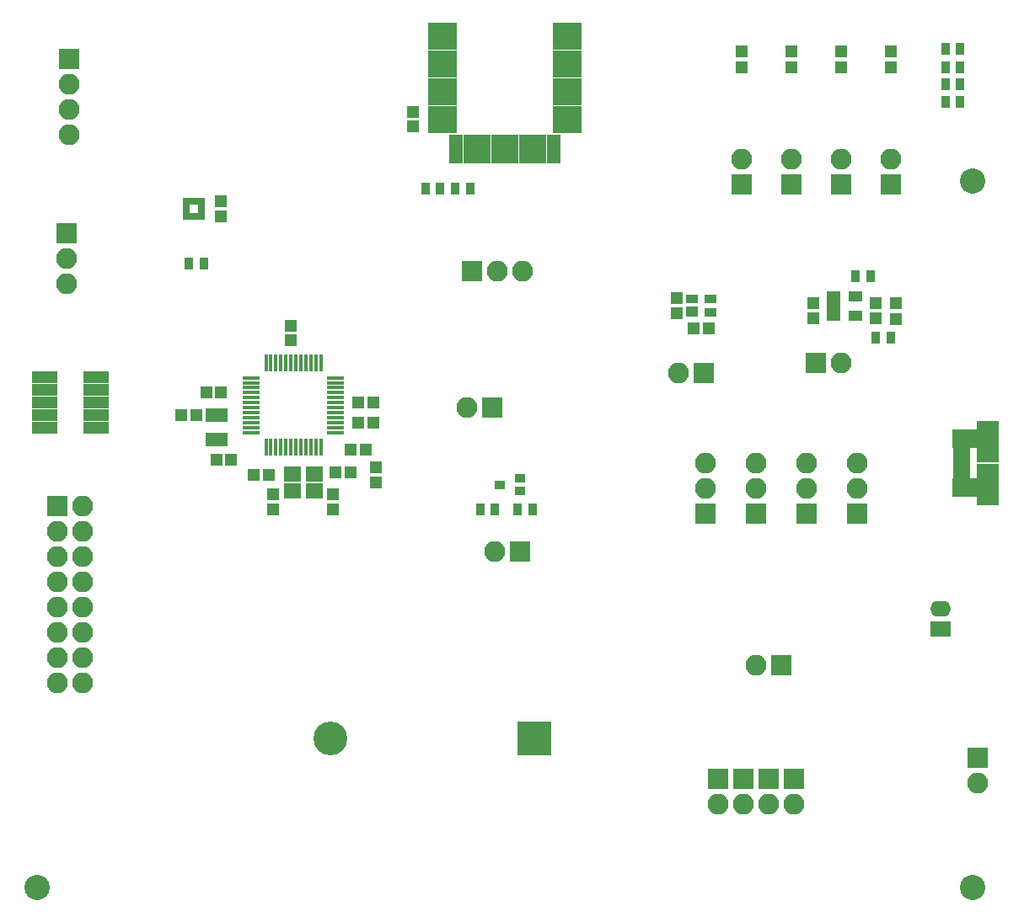
<source format=gts>
G04 #@! TF.FileFunction,Soldermask,Top*
%FSLAX45Y45*%
G04 Gerber Fmt 4.5, Leading zero omitted, Abs format (unit mm)*
G04 Created by KiCad (PCBNEW 4.0.6-e0-6349~52~ubuntu16.10.1) date Thu May  4 19:45:57 2017*
%MOMM*%
%LPD*%
G01*
G04 APERTURE LIST*
%ADD10C,0.100000*%
%ADD11C,3.400000*%
%ADD12R,3.400000X3.400000*%
%ADD13R,1.200000X1.150000*%
%ADD14R,1.150000X1.200000*%
%ADD15R,1.200000X1.200000*%
%ADD16R,2.100000X2.100000*%
%ADD17O,2.100000X2.100000*%
%ADD18R,2.500000X1.150000*%
%ADD19R,2.100000X1.600000*%
%ADD20O,2.100000X1.600000*%
%ADD21R,1.780000X0.850000*%
%ADD22R,2.500000X1.875000*%
%ADD23R,2.300000X1.575000*%
%ADD24R,2.300000X2.775000*%
%ADD25R,1.100000X0.850000*%
%ADD26R,0.900000X1.300000*%
%ADD27R,2.850000X1.400000*%
%ADD28R,1.400000X2.850000*%
%ADD29O,1.720000X0.420000*%
%ADD30O,0.420000X1.720000*%
%ADD31R,0.675000X0.650000*%
%ADD32R,0.650000X0.675000*%
%ADD33R,1.150000X0.900000*%
%ADD34R,1.150000X1.000000*%
%ADD35R,1.460000X1.050000*%
%ADD36R,2.200000X1.400000*%
%ADD37R,1.800000X1.600000*%
%ADD38C,2.540000*%
G04 APERTURE END LIST*
D10*
D11*
X13251000Y-14200000D03*
D12*
X15300000Y-14200000D03*
D13*
X11900000Y-10950000D03*
X11750000Y-10950000D03*
D14*
X14075000Y-7900000D03*
X14075000Y-8050000D03*
D13*
X12100000Y-11400000D03*
X12250000Y-11400000D03*
X12150000Y-10725000D03*
X12000000Y-10725000D03*
X12625000Y-11550000D03*
X12475000Y-11550000D03*
X13300000Y-11525000D03*
X13450000Y-11525000D03*
X13450000Y-11300000D03*
X13600000Y-11300000D03*
X13525000Y-11025000D03*
X13675000Y-11025000D03*
D14*
X12675000Y-11900000D03*
X12675000Y-11750000D03*
X12850000Y-10200000D03*
X12850000Y-10050000D03*
X13275000Y-11750000D03*
X13275000Y-11900000D03*
X13700000Y-11625000D03*
X13700000Y-11475000D03*
D13*
X13525000Y-10825000D03*
X13675000Y-10825000D03*
D14*
X12150000Y-8800000D03*
X12150000Y-8950000D03*
X16725000Y-9775000D03*
X16725000Y-9925000D03*
X18725000Y-9975000D03*
X18725000Y-9825000D03*
D13*
X17050000Y-10075000D03*
X16900000Y-10075000D03*
D14*
X18100000Y-9975000D03*
X18100000Y-9825000D03*
D15*
X17375000Y-7455000D03*
X17375000Y-7295000D03*
X17875000Y-7455000D03*
X17875000Y-7295000D03*
X18375000Y-7455000D03*
X18375000Y-7295000D03*
X18875000Y-7450000D03*
X18875000Y-7290000D03*
X18925000Y-9985000D03*
X18925000Y-9825000D03*
D16*
X14875000Y-10875000D03*
D17*
X14621000Y-10875000D03*
D16*
X14667000Y-9500000D03*
D17*
X14921000Y-9500000D03*
X15175000Y-9500000D03*
D16*
X17375000Y-8629000D03*
D17*
X17375000Y-8375000D03*
D16*
X17875000Y-8629000D03*
D17*
X17875000Y-8375000D03*
D16*
X18375000Y-8629000D03*
D17*
X18375000Y-8375000D03*
D16*
X18875000Y-8629000D03*
D17*
X18875000Y-8375000D03*
D16*
X10625000Y-7371000D03*
D17*
X10625000Y-7625000D03*
X10625000Y-7879000D03*
X10625000Y-8133000D03*
D16*
X10500000Y-11867000D03*
D17*
X10754000Y-11867000D03*
X10500000Y-12121000D03*
X10754000Y-12121000D03*
X10500000Y-12375000D03*
X10754000Y-12375000D03*
X10500000Y-12629000D03*
X10754000Y-12629000D03*
X10500000Y-12883000D03*
X10754000Y-12883000D03*
X10500000Y-13137000D03*
X10754000Y-13137000D03*
X10500000Y-13391000D03*
X10754000Y-13391000D03*
X10500000Y-13645000D03*
X10754000Y-13645000D03*
D18*
X10375000Y-10571000D03*
X10892000Y-10571000D03*
X10375000Y-10698000D03*
X10892000Y-10698000D03*
X10375000Y-10825000D03*
X10892000Y-10825000D03*
X10375000Y-10952000D03*
X10892000Y-10952000D03*
X10375000Y-11079000D03*
X10892000Y-11079000D03*
D16*
X15154000Y-12325000D03*
D17*
X14900000Y-12325000D03*
D16*
X10600000Y-9121000D03*
D17*
X10600000Y-9375000D03*
X10600000Y-9629000D03*
D16*
X17000000Y-10525000D03*
D17*
X16746000Y-10525000D03*
D16*
X17780000Y-13462000D03*
D17*
X17526000Y-13462000D03*
D16*
X17018000Y-11938000D03*
D17*
X17018000Y-11684000D03*
X17018000Y-11430000D03*
D16*
X17145000Y-14605000D03*
D17*
X17145000Y-14859000D03*
D16*
X19750000Y-14396000D03*
D17*
X19750000Y-14650000D03*
D16*
X17526000Y-11938000D03*
D17*
X17526000Y-11684000D03*
X17526000Y-11430000D03*
D16*
X17399000Y-14605000D03*
D17*
X17399000Y-14859000D03*
D19*
X19375000Y-13100000D03*
D20*
X19375000Y-12900000D03*
D16*
X18034000Y-11938000D03*
D17*
X18034000Y-11684000D03*
X18034000Y-11430000D03*
D16*
X17653000Y-14605000D03*
D17*
X17653000Y-14859000D03*
D16*
X18542000Y-11938000D03*
D17*
X18542000Y-11684000D03*
X18542000Y-11430000D03*
D16*
X17907000Y-14605000D03*
D17*
X17907000Y-14859000D03*
D16*
X18125000Y-10425000D03*
D17*
X18379000Y-10425000D03*
D21*
X19589000Y-11563750D03*
X19589000Y-11498750D03*
X19589000Y-11433750D03*
X19589000Y-11368750D03*
X19589000Y-11303750D03*
D22*
X19625000Y-11680000D03*
X19625000Y-11187500D03*
D23*
X19855000Y-11517500D03*
X19855000Y-11350000D03*
D24*
X19855000Y-11725000D03*
X19855000Y-11142500D03*
D25*
X15150000Y-11715000D03*
X15150000Y-11585000D03*
X14950000Y-11650000D03*
D26*
X14200000Y-8675000D03*
X14350000Y-8675000D03*
X14650000Y-8675000D03*
X14500000Y-8675000D03*
X19425000Y-7264400D03*
X19575000Y-7264400D03*
X19425000Y-7450000D03*
X19575000Y-7450000D03*
X19425000Y-7625000D03*
X19575000Y-7625000D03*
X19425000Y-7797800D03*
X19575000Y-7797800D03*
X11975000Y-9425000D03*
X11825000Y-9425000D03*
X15275000Y-11900000D03*
X15125000Y-11900000D03*
X14750000Y-11900000D03*
X14900000Y-11900000D03*
X18525000Y-9550000D03*
X18675000Y-9550000D03*
X18725000Y-10175000D03*
X18875000Y-10175000D03*
D27*
X14370500Y-7070000D03*
X14370500Y-7210000D03*
X14370500Y-7350000D03*
X14370500Y-7490000D03*
X14370500Y-7630000D03*
X14370500Y-7770000D03*
X14370500Y-7910000D03*
X14370500Y-8050000D03*
X15629500Y-7070000D03*
X15629500Y-7210000D03*
X15629500Y-7350000D03*
X15629500Y-7490000D03*
X15629500Y-7630000D03*
X15629500Y-7770000D03*
X15629500Y-7910000D03*
X15629500Y-8050000D03*
D28*
X14510000Y-8279500D03*
X14650000Y-8279500D03*
X14790000Y-8279500D03*
X14930000Y-8279500D03*
X15070000Y-8279500D03*
X15210000Y-8279500D03*
X15350000Y-8279500D03*
X15490000Y-8279500D03*
D29*
X12450000Y-10575000D03*
X12450000Y-10625000D03*
X12450000Y-10675000D03*
X12450000Y-10725000D03*
X12450000Y-10775000D03*
X12450000Y-10825000D03*
X12450000Y-10875000D03*
X12450000Y-10925000D03*
X12450000Y-10975000D03*
X12450000Y-11025000D03*
X12450000Y-11075000D03*
X12450000Y-11125000D03*
D30*
X12600000Y-11275000D03*
X12650000Y-11275000D03*
X12700000Y-11275000D03*
X12750000Y-11275000D03*
X12800000Y-11275000D03*
X12850000Y-11275000D03*
X12900000Y-11275000D03*
X12950000Y-11275000D03*
X13000000Y-11275000D03*
X13050000Y-11275000D03*
X13100000Y-11275000D03*
X13150000Y-11275000D03*
D29*
X13300000Y-11125000D03*
X13300000Y-11075000D03*
X13300000Y-11025000D03*
X13300000Y-10975000D03*
X13300000Y-10925000D03*
X13300000Y-10875000D03*
X13300000Y-10825000D03*
X13300000Y-10775000D03*
X13300000Y-10725000D03*
X13300000Y-10675000D03*
X13300000Y-10625000D03*
X13300000Y-10575000D03*
D30*
X13150000Y-10425000D03*
X13100000Y-10425000D03*
X13050000Y-10425000D03*
X13000000Y-10425000D03*
X12950000Y-10425000D03*
X12900000Y-10425000D03*
X12850000Y-10425000D03*
X12800000Y-10425000D03*
X12750000Y-10425000D03*
X12700000Y-10425000D03*
X12650000Y-10425000D03*
X12600000Y-10425000D03*
D31*
X11800000Y-8800000D03*
X11800000Y-8850000D03*
X11800000Y-8900000D03*
X11800000Y-8950000D03*
D32*
X11851250Y-8951250D03*
X11901250Y-8951250D03*
D31*
X11952500Y-8800000D03*
X11952500Y-8950000D03*
X11952500Y-8850000D03*
X11952500Y-8900000D03*
D32*
X11851250Y-8798750D03*
X11901250Y-8798750D03*
D33*
X16882500Y-9785000D03*
X17067500Y-9785000D03*
D34*
X16882500Y-9910000D03*
D33*
X17067500Y-9915000D03*
D35*
X18305000Y-9760000D03*
X18305000Y-9855000D03*
X18305000Y-9950000D03*
X18525000Y-9950000D03*
X18525000Y-9760000D03*
D36*
X12100000Y-10950000D03*
X12100000Y-11200000D03*
D37*
X12865000Y-11710000D03*
X13085000Y-11710000D03*
X13085000Y-11540000D03*
X12865000Y-11540000D03*
D38*
X10300000Y-15700000D03*
X19700000Y-15700000D03*
X19700000Y-8600000D03*
M02*

</source>
